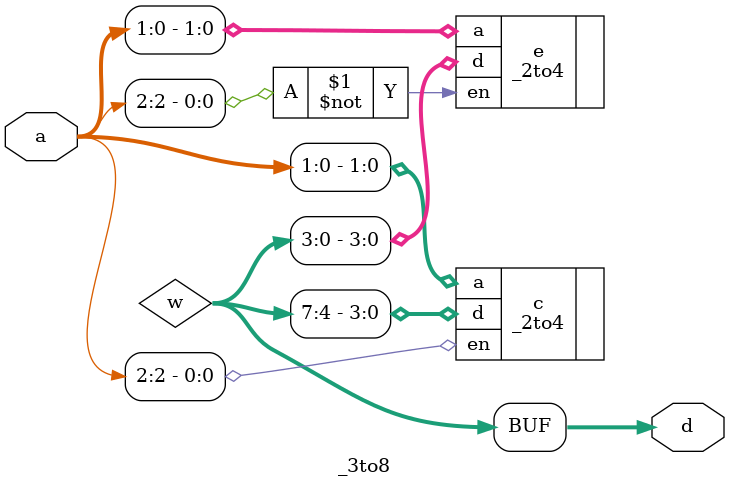
<source format=v>
`include "2to4_decoder.v"
module _3to8 (a,d);
input [2:0] a;

output [7:0] d;
wire [7:0] w;
_2to4 c(.a(a[1:0]),.en(a[2]),.d(w[7:4]));
_2to4 e(.a(a[1:0]),.en(~a[2]),.d(w[3:0]));

assign d=w;

endmodule
</source>
